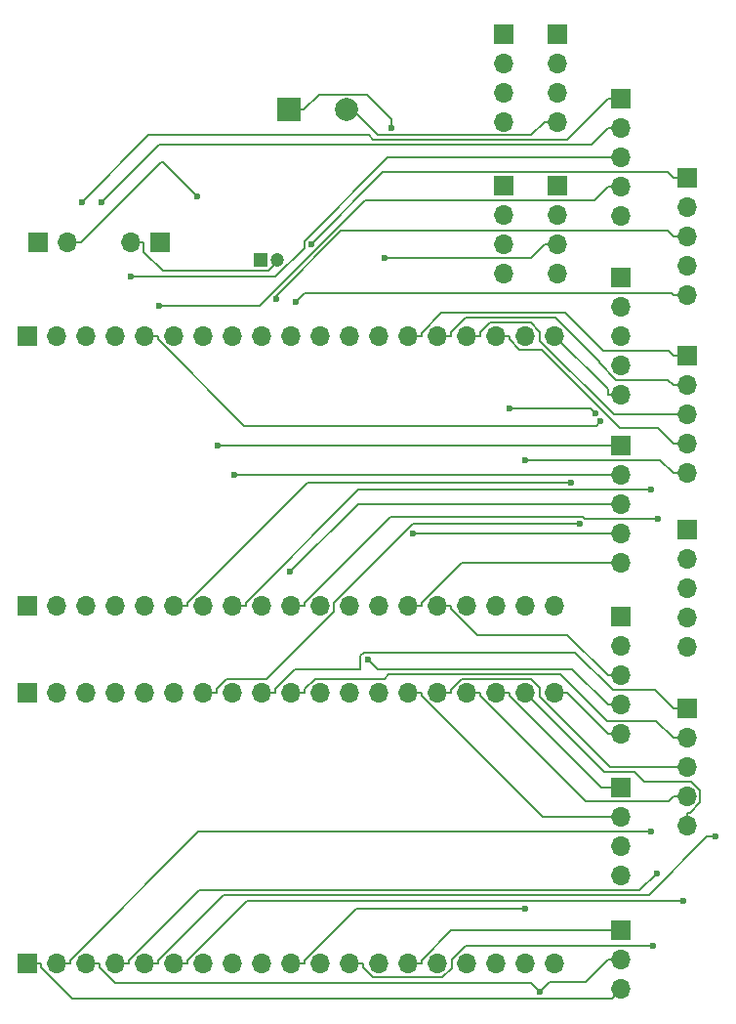
<source format=gbr>
%TF.GenerationSoftware,KiCad,Pcbnew,8.0.8*%
%TF.CreationDate,2025-02-18T21:41:40-08:00*%
%TF.ProjectId,pcbfrfr,70636266-7266-4722-9e6b-696361645f70,rev?*%
%TF.SameCoordinates,Original*%
%TF.FileFunction,Copper,L2,Bot*%
%TF.FilePolarity,Positive*%
%FSLAX46Y46*%
G04 Gerber Fmt 4.6, Leading zero omitted, Abs format (unit mm)*
G04 Created by KiCad (PCBNEW 8.0.8) date 2025-02-18 21:41:40*
%MOMM*%
%LPD*%
G01*
G04 APERTURE LIST*
%TA.AperFunction,ComponentPad*%
%ADD10R,1.700000X1.700000*%
%TD*%
%TA.AperFunction,ComponentPad*%
%ADD11O,1.700000X1.700000*%
%TD*%
%TA.AperFunction,ComponentPad*%
%ADD12R,2.000000X2.000000*%
%TD*%
%TA.AperFunction,ComponentPad*%
%ADD13C,2.000000*%
%TD*%
%TA.AperFunction,ComponentPad*%
%ADD14R,1.200000X1.200000*%
%TD*%
%TA.AperFunction,ComponentPad*%
%ADD15C,1.200000*%
%TD*%
%TA.AperFunction,ViaPad*%
%ADD16C,0.600000*%
%TD*%
%TA.AperFunction,Conductor*%
%ADD17C,0.200000*%
%TD*%
G04 APERTURE END LIST*
D10*
%TO.P,J16,1,Pin_1*%
%TO.N,Net-(J16-Pin_1)*%
X177300000Y-42060000D03*
D11*
%TO.P,J16,2,Pin_2*%
%TO.N,Net-(J16-Pin_2)*%
X177300000Y-44600000D03*
%TO.P,J16,3,Pin_3*%
%TO.N,Net-(J16-Pin_3)*%
X177300000Y-47140000D03*
%TO.P,J16,4,Pin_4*%
%TO.N,Net-(J16-Pin_4)*%
X177300000Y-49680000D03*
%TO.P,J16,5,Pin_5*%
%TO.N,Net-(J16-Pin_5)*%
X177300000Y-52220000D03*
%TD*%
D10*
%TO.P,J7,1,Pin_1*%
%TO.N,unconnected-(J7-Pin_1-Pad1)*%
X125820000Y-62600000D03*
D11*
%TO.P,J7,2,Pin_2*%
%TO.N,unconnected-(J7-Pin_2-Pad2)*%
X128360000Y-62600000D03*
%TO.P,J7,3,Pin_3*%
%TO.N,unconnected-(J7-Pin_3-Pad3)*%
X130900000Y-62600000D03*
%TO.P,J7,4,Pin_4*%
%TO.N,unconnected-(J7-Pin_4-Pad4)*%
X133440000Y-62600000D03*
%TO.P,J7,5,Pin_5*%
%TO.N,Net-(J6-Pin_2)*%
X135980000Y-62600000D03*
%TO.P,J7,6,Pin_6*%
%TO.N,unconnected-(J7-Pin_6-Pad6)*%
X138520000Y-62600000D03*
%TO.P,J7,7,Pin_7*%
%TO.N,unconnected-(J7-Pin_7-Pad7)*%
X141060000Y-62600000D03*
%TO.P,J7,8,Pin_8*%
%TO.N,unconnected-(J7-Pin_8-Pad8)*%
X143600000Y-62600000D03*
%TO.P,J7,9,Pin_9*%
%TO.N,Net-(J5-Pin_11)*%
X146140000Y-62600000D03*
%TO.P,J7,10,Pin_10*%
%TO.N,Net-(J5-Pin_12)*%
X148680000Y-62600000D03*
%TO.P,J7,11,Pin_11*%
%TO.N,unconnected-(J7-Pin_11-Pad11)*%
X151220000Y-62600000D03*
%TO.P,J7,12,Pin_12*%
%TO.N,unconnected-(J7-Pin_12-Pad12)*%
X153760000Y-62600000D03*
%TO.P,J7,13,Pin_13*%
%TO.N,GND*%
X156300000Y-62600000D03*
%TO.P,J7,14,Pin_14*%
%TO.N,Net-(J18-Pin_1)*%
X158840000Y-62600000D03*
%TO.P,J7,15,Pin_15*%
%TO.N,Net-(J18-Pin_2)*%
X161380000Y-62600000D03*
%TO.P,J7,16,Pin_16*%
%TO.N,Net-(J18-Pin_3)*%
X163920000Y-62600000D03*
%TO.P,J7,17,Pin_17*%
%TO.N,Net-(J18-Pin_4)*%
X166460000Y-62600000D03*
%TO.P,J7,18,Pin_18*%
%TO.N,Net-(J18-Pin_5)*%
X169000000Y-62600000D03*
%TO.P,J7,19,Pin_19*%
%TO.N,GND*%
X171540000Y-62600000D03*
%TD*%
D10*
%TO.P,J11,1,Pin_1*%
%TO.N,Net-(J11-Pin_1)*%
X177300000Y-72060000D03*
D11*
%TO.P,J11,2,Pin_2*%
%TO.N,Net-(J11-Pin_2)*%
X177300000Y-74600000D03*
%TO.P,J11,3,Pin_3*%
%TO.N,Net-(J11-Pin_3)*%
X177300000Y-77140000D03*
%TO.P,J11,4,Pin_4*%
%TO.N,Net-(J11-Pin_4)*%
X177300000Y-79680000D03*
%TO.P,J11,5,Pin_5*%
%TO.N,GND*%
X177300000Y-82220000D03*
%TD*%
D10*
%TO.P,J19,1,Pin_1*%
%TO.N,Net-(J19-Pin_1)*%
X183000000Y-79340000D03*
D11*
%TO.P,J19,2,Pin_2*%
%TO.N,Net-(J19-Pin_2)*%
X183000000Y-81880000D03*
%TO.P,J19,3,Pin_3*%
%TO.N,Net-(J19-Pin_3)*%
X183000000Y-84420000D03*
%TO.P,J19,4,Pin_4*%
%TO.N,Net-(J19-Pin_4)*%
X183000000Y-86960000D03*
%TO.P,J19,5,Pin_5*%
%TO.N,Net-(J19-Pin_5)*%
X183000000Y-89500000D03*
%TD*%
D10*
%TO.P,J12,1,Pin_1*%
%TO.N,Net-(J11-Pin_4)*%
X167150000Y-36420000D03*
D11*
%TO.P,J12,2,Pin_2*%
X167150000Y-38960000D03*
%TO.P,J12,3,Pin_3*%
X167150000Y-41500000D03*
%TO.P,J12,4,Pin_4*%
X167150000Y-44040000D03*
%TD*%
D10*
%TO.P,J18,1,Pin_1*%
%TO.N,Net-(J18-Pin_1)*%
X183000000Y-64340000D03*
D11*
%TO.P,J18,2,Pin_2*%
%TO.N,Net-(J18-Pin_2)*%
X183000000Y-66880000D03*
%TO.P,J18,3,Pin_3*%
%TO.N,Net-(J18-Pin_3)*%
X183000000Y-69420000D03*
%TO.P,J18,4,Pin_4*%
%TO.N,Net-(J18-Pin_4)*%
X183000000Y-71960000D03*
%TO.P,J18,5,Pin_5*%
%TO.N,Net-(J18-Pin_5)*%
X183000000Y-74500000D03*
%TD*%
D10*
%TO.P,J10,1,Pin_1*%
%TO.N,Net-(J10-Pin_1)*%
X177300000Y-57525000D03*
D11*
%TO.P,J10,2,Pin_2*%
%TO.N,Net-(J10-Pin_2)*%
X177300000Y-60065000D03*
%TO.P,J10,3,Pin_3*%
%TO.N,Net-(J10-Pin_3)*%
X177300000Y-62605000D03*
%TO.P,J10,4,Pin_4*%
%TO.N,3.3V*%
X177300000Y-65145000D03*
%TO.P,J10,5,Pin_5*%
%TO.N,GND*%
X177300000Y-67685000D03*
%TD*%
D10*
%TO.P,J15,1,Pin_1*%
%TO.N,GND*%
X171800000Y-49600000D03*
D11*
%TO.P,J15,2,Pin_2*%
X171800000Y-52140000D03*
%TO.P,J15,3,Pin_3*%
X171800000Y-54680000D03*
%TO.P,J15,4,Pin_4*%
X171800000Y-57220000D03*
%TD*%
D10*
%TO.P,J13,1,Pin_1*%
%TO.N,GND*%
X171800000Y-36420000D03*
D11*
%TO.P,J13,2,Pin_2*%
X171800000Y-38960000D03*
%TO.P,J13,3,Pin_3*%
X171800000Y-41500000D03*
%TO.P,J13,4,Pin_4*%
X171800000Y-44040000D03*
%TD*%
D10*
%TO.P,J8,1,Pin_1*%
%TO.N,Net-(J5-Pin_17)*%
X177300000Y-101740000D03*
D11*
%TO.P,J8,2,Pin_2*%
%TO.N,Net-(J5-Pin_14)*%
X177300000Y-104280000D03*
%TO.P,J8,3,Pin_3*%
%TO.N,Net-(J11-Pin_4)*%
X177300000Y-106820000D03*
%TO.P,J8,4,Pin_4*%
%TO.N,GND*%
X177300000Y-109360000D03*
%TD*%
D10*
%TO.P,J21,1,Pin_1*%
%TO.N,Net-(D3-A)*%
X137300000Y-54500000D03*
D11*
%TO.P,J21,2,Pin_2*%
%TO.N,GND*%
X134760000Y-54500000D03*
%TD*%
D10*
%TO.P,J5,1,Pin_1*%
%TO.N,unconnected-(J5-Pin_1-Pad1)*%
X125800000Y-93500000D03*
D11*
%TO.P,J5,2,Pin_2*%
%TO.N,unconnected-(J5-Pin_2-Pad2)*%
X128340000Y-93500000D03*
%TO.P,J5,3,Pin_3*%
%TO.N,unconnected-(J5-Pin_3-Pad3)*%
X130880000Y-93500000D03*
%TO.P,J5,4,Pin_4*%
%TO.N,unconnected-(J5-Pin_4-Pad4)*%
X133420000Y-93500000D03*
%TO.P,J5,5,Pin_5*%
%TO.N,unconnected-(J5-Pin_5-Pad5)*%
X135960000Y-93500000D03*
%TO.P,J5,6,Pin_6*%
%TO.N,unconnected-(J5-Pin_6-Pad6)*%
X138500000Y-93500000D03*
%TO.P,J5,7,Pin_7*%
%TO.N,Net-(J10-Pin_3)*%
X141040000Y-93500000D03*
%TO.P,J5,8,Pin_8*%
%TO.N,unconnected-(J5-Pin_8-Pad8)*%
X143580000Y-93500000D03*
%TO.P,J5,9,Pin_9*%
%TO.N,Net-(J20-Pin_1)*%
X146120000Y-93500000D03*
%TO.P,J5,10,Pin_10*%
%TO.N,Net-(J20-Pin_2)*%
X148660000Y-93500000D03*
%TO.P,J5,11,Pin_11*%
%TO.N,Net-(J5-Pin_11)*%
X151200000Y-93500000D03*
%TO.P,J5,12,Pin_12*%
%TO.N,Net-(J5-Pin_12)*%
X153740000Y-93500000D03*
%TO.P,J5,13,Pin_13*%
%TO.N,GND*%
X156280000Y-93500000D03*
%TO.P,J5,14,Pin_14*%
%TO.N,Net-(J5-Pin_14)*%
X158820000Y-93500000D03*
%TO.P,J5,15,Pin_15*%
%TO.N,Net-(J20-Pin_3)*%
X161360000Y-93500000D03*
%TO.P,J5,16,Pin_16*%
%TO.N,Net-(J20-Pin_4)*%
X163900000Y-93500000D03*
%TO.P,J5,17,Pin_17*%
%TO.N,Net-(J5-Pin_17)*%
X166440000Y-93500000D03*
%TO.P,J5,18,Pin_18*%
%TO.N,Net-(J20-Pin_5)*%
X168980000Y-93500000D03*
%TO.P,J5,19,Pin_19*%
%TO.N,GND*%
X171520000Y-93500000D03*
%TD*%
D10*
%TO.P,J4,1,Pin_1*%
%TO.N,3.3V*%
X125800000Y-117000000D03*
D11*
%TO.P,J4,2,Pin_2*%
%TO.N,Net-(J19-Pin_1)*%
X128340000Y-117000000D03*
%TO.P,J4,3,Pin_3*%
%TO.N,Net-(J4-Pin_3)*%
X130880000Y-117000000D03*
%TO.P,J4,4,Pin_4*%
%TO.N,Net-(J19-Pin_2)*%
X133420000Y-117000000D03*
%TO.P,J4,5,Pin_5*%
%TO.N,Net-(J19-Pin_3)*%
X135960000Y-117000000D03*
%TO.P,J4,6,Pin_6*%
%TO.N,Net-(J19-Pin_4)*%
X138500000Y-117000000D03*
%TO.P,J4,7,Pin_7*%
%TO.N,Net-(J11-Pin_1)*%
X141040000Y-117000000D03*
%TO.P,J4,8,Pin_8*%
%TO.N,Net-(J11-Pin_2)*%
X143580000Y-117000000D03*
%TO.P,J4,9,Pin_9*%
%TO.N,Net-(J11-Pin_3)*%
X146120000Y-117000000D03*
%TO.P,J4,10,Pin_10*%
%TO.N,Net-(J10-Pin_2)*%
X148660000Y-117000000D03*
%TO.P,J4,11,Pin_11*%
%TO.N,Net-(J10-Pin_1)*%
X151200000Y-117000000D03*
%TO.P,J4,12,Pin_12*%
%TO.N,Net-(J19-Pin_5)*%
X153740000Y-117000000D03*
%TO.P,J4,13,Pin_13*%
%TO.N,unconnected-(J4-Pin_13-Pad13)*%
X156280000Y-117000000D03*
%TO.P,J4,14,Pin_14*%
%TO.N,GND*%
X158820000Y-117000000D03*
%TO.P,J4,15,Pin_15*%
%TO.N,unconnected-(J4-Pin_15-Pad15)*%
X161360000Y-117000000D03*
%TO.P,J4,16,Pin_16*%
%TO.N,unconnected-(J4-Pin_16-Pad16)*%
X163900000Y-117000000D03*
%TO.P,J4,17,Pin_17*%
%TO.N,unconnected-(J4-Pin_17-Pad17)*%
X166440000Y-117000000D03*
%TO.P,J4,18,Pin_18*%
%TO.N,unconnected-(J4-Pin_18-Pad18)*%
X168980000Y-117000000D03*
%TO.P,J4,19,Pin_19*%
%TO.N,unconnected-(J4-Pin_19-Pad19)*%
X171520000Y-117000000D03*
%TD*%
D10*
%TO.P,J9,1,Pin_1*%
%TO.N,GND*%
X177300000Y-114100000D03*
D11*
%TO.P,J9,2,Pin_2*%
%TO.N,Net-(J4-Pin_3)*%
X177300000Y-116640000D03*
%TO.P,J9,3,Pin_3*%
%TO.N,3.3V*%
X177300000Y-119180000D03*
%TD*%
D10*
%TO.P,J20,1,Pin_1*%
%TO.N,Net-(J20-Pin_1)*%
X183000000Y-94880000D03*
D11*
%TO.P,J20,2,Pin_2*%
%TO.N,Net-(J20-Pin_2)*%
X183000000Y-97420000D03*
%TO.P,J20,3,Pin_3*%
%TO.N,Net-(J20-Pin_3)*%
X183000000Y-99960000D03*
%TO.P,J20,4,Pin_4*%
%TO.N,Net-(J20-Pin_4)*%
X183000000Y-102500000D03*
%TO.P,J20,5,Pin_5*%
%TO.N,Net-(J20-Pin_5)*%
X183000000Y-105040000D03*
%TD*%
D10*
%TO.P,J6,1,Pin_1*%
%TO.N,3.3V*%
X177300000Y-86940000D03*
D11*
%TO.P,J6,2,Pin_2*%
%TO.N,Net-(J6-Pin_2)*%
X177300000Y-89480000D03*
%TO.P,J6,3,Pin_3*%
%TO.N,Net-(J3-Pin_15)*%
X177300000Y-92020000D03*
%TO.P,J6,4,Pin_4*%
%TO.N,Net-(J3-Pin_13)*%
X177300000Y-94560000D03*
%TO.P,J6,5,Pin_5*%
%TO.N,GND*%
X177300000Y-97100000D03*
%TD*%
D12*
%TO.P,C5,1*%
%TO.N,Net-(D1-K)*%
X148500000Y-43000000D03*
D13*
%TO.P,C5,2*%
%TO.N,GND*%
X153500000Y-43000000D03*
%TD*%
D10*
%TO.P,J14,1,Pin_1*%
%TO.N,3.3V*%
X167150000Y-49600000D03*
D11*
%TO.P,J14,2,Pin_2*%
X167150000Y-52140000D03*
%TO.P,J14,3,Pin_3*%
X167150000Y-54680000D03*
%TO.P,J14,4,Pin_4*%
X167150000Y-57220000D03*
%TD*%
D14*
%TO.P,C1,1*%
%TO.N,Net-(D1-K)*%
X146000000Y-56000000D03*
D15*
%TO.P,C1,2*%
%TO.N,GND*%
X147500000Y-56000000D03*
%TD*%
D10*
%TO.P,J3,1,Pin_1*%
%TO.N,3.3V*%
X125820000Y-86000000D03*
D11*
%TO.P,J3,2,Pin_2*%
%TO.N,Net-(J16-Pin_1)*%
X128360000Y-86000000D03*
%TO.P,J3,3,Pin_3*%
%TO.N,Net-(J16-Pin_2)*%
X130900000Y-86000000D03*
%TO.P,J3,4,Pin_4*%
%TO.N,Net-(J16-Pin_3)*%
X133440000Y-86000000D03*
%TO.P,J3,5,Pin_5*%
%TO.N,Net-(J16-Pin_4)*%
X135980000Y-86000000D03*
%TO.P,J3,6,Pin_6*%
%TO.N,Net-(J16-Pin_5)*%
X138520000Y-86000000D03*
%TO.P,J3,7,Pin_7*%
%TO.N,Net-(J17-Pin_1)*%
X141060000Y-86000000D03*
%TO.P,J3,8,Pin_8*%
%TO.N,Net-(J17-Pin_2)*%
X143600000Y-86000000D03*
%TO.P,J3,9,Pin_9*%
%TO.N,Net-(J17-Pin_3)*%
X146140000Y-86000000D03*
%TO.P,J3,10,Pin_10*%
%TO.N,Net-(J17-Pin_4)*%
X148680000Y-86000000D03*
%TO.P,J3,11,Pin_11*%
%TO.N,Net-(J17-Pin_5)*%
X151220000Y-86000000D03*
%TO.P,J3,12,Pin_12*%
%TO.N,unconnected-(J3-Pin_12-Pad12)*%
X153760000Y-86000000D03*
%TO.P,J3,13,Pin_13*%
%TO.N,Net-(J3-Pin_13)*%
X156300000Y-86000000D03*
%TO.P,J3,14,Pin_14*%
%TO.N,GND*%
X158840000Y-86000000D03*
%TO.P,J3,15,Pin_15*%
%TO.N,Net-(J3-Pin_15)*%
X161380000Y-86000000D03*
%TO.P,J3,16,Pin_16*%
%TO.N,unconnected-(J3-Pin_16-Pad16)*%
X163920000Y-86000000D03*
%TO.P,J3,17,Pin_17*%
%TO.N,unconnected-(J3-Pin_17-Pad17)*%
X166460000Y-86000000D03*
%TO.P,J3,18,Pin_18*%
%TO.N,unconnected-(J3-Pin_18-Pad18)*%
X169000000Y-86000000D03*
%TO.P,J3,19,Pin_19*%
%TO.N,unconnected-(J3-Pin_19-Pad19)*%
X171540000Y-86000000D03*
%TD*%
D10*
%TO.P,J17,1,Pin_1*%
%TO.N,Net-(J17-Pin_1)*%
X183000000Y-48880000D03*
D11*
%TO.P,J17,2,Pin_2*%
%TO.N,Net-(J17-Pin_2)*%
X183000000Y-51420000D03*
%TO.P,J17,3,Pin_3*%
%TO.N,Net-(J17-Pin_3)*%
X183000000Y-53960000D03*
%TO.P,J17,4,Pin_4*%
%TO.N,Net-(J17-Pin_4)*%
X183000000Y-56500000D03*
%TO.P,J17,5,Pin_5*%
%TO.N,Net-(J17-Pin_5)*%
X183000000Y-59040000D03*
%TD*%
D10*
%TO.P,J2,1,Pin_1*%
%TO.N,Net-(J2-Pin_1)*%
X126760000Y-54500000D03*
D11*
%TO.P,J2,2,Pin_2*%
%TO.N,Net-(D1-A)*%
X129300000Y-54500000D03*
%TD*%
D16*
%TO.N,Net-(J18-Pin_5)*%
X169000000Y-73348300D03*
%TO.N,Net-(J6-Pin_2)*%
X175505009Y-70008533D03*
%TO.N,Net-(J10-Pin_3)*%
X173758100Y-78869200D03*
%TO.N,Net-(J19-Pin_5)*%
X180063400Y-115453300D03*
%TO.N,Net-(J11-Pin_3)*%
X148553400Y-83053400D03*
%TO.N,Net-(J19-Pin_1)*%
X179900000Y-105550000D03*
%TO.N,Net-(J10-Pin_2)*%
X169000000Y-112231700D03*
%TO.N,Net-(J11-Pin_2)*%
X143738000Y-74600000D03*
%TO.N,Net-(J19-Pin_3)*%
X185500000Y-106000000D03*
%TO.N,Net-(J19-Pin_2)*%
X180400000Y-109143900D03*
%TO.N,Net-(J11-Pin_1)*%
X142330000Y-72060000D03*
%TO.N,Net-(J19-Pin_4)*%
X182654000Y-111543400D03*
%TO.N,Net-(J17-Pin_5)*%
X149122350Y-59622350D03*
%TO.N,Net-(J17-Pin_3)*%
X147381565Y-59381565D03*
%TO.N,Net-(J17-Pin_4)*%
X180500000Y-78410000D03*
%TO.N,Net-(J17-Pin_1)*%
X150417200Y-54654372D03*
%TO.N,Net-(J16-Pin_5)*%
X173000000Y-75269800D03*
%TO.N,Net-(J3-Pin_13)*%
X155331800Y-90600000D03*
%TO.N,Net-(J16-Pin_2)*%
X132243900Y-51000000D03*
%TO.N,Net-(J16-Pin_4)*%
X137250000Y-60000800D03*
%TO.N,Net-(J16-Pin_1)*%
X130500000Y-51000000D03*
%TO.N,Net-(J16-Pin_3)*%
X134770000Y-57481900D03*
%TO.N,Net-(J17-Pin_2)*%
X179900000Y-75939600D03*
%TO.N,Net-(D1-A)*%
X140500000Y-50500000D03*
%TO.N,Net-(J4-Pin_3)*%
X170250000Y-119400000D03*
%TO.N,3.3V*%
X175100000Y-69318628D03*
X167622400Y-68832900D03*
%TO.N,Net-(J11-Pin_4)*%
X159260200Y-79680000D03*
%TO.N,GND*%
X156823900Y-55849600D03*
%TO.N,Net-(D1-K)*%
X157416200Y-44591700D03*
%TD*%
D17*
%TO.N,Net-(J19-Pin_3)*%
X137111700Y-116712100D02*
X137111700Y-117000000D01*
X142797800Y-111026000D02*
X137111700Y-116712100D01*
X137111700Y-117000000D02*
X135960000Y-117000000D01*
X185500000Y-106000000D02*
X184768500Y-106000000D01*
X184768500Y-106000000D02*
X179742500Y-111026000D01*
X179742500Y-111026000D02*
X142797800Y-111026000D01*
%TO.N,Net-(J19-Pin_1)*%
X129491700Y-116712100D02*
X129491700Y-117000000D01*
X129491700Y-117000000D02*
X128340000Y-117000000D01*
X140653800Y-105550000D02*
X129491700Y-116712100D01*
X179900000Y-105550000D02*
X140653800Y-105550000D01*
%TO.N,Net-(J19-Pin_2)*%
X134571700Y-117000000D02*
X133420000Y-117000000D01*
X140659600Y-110624200D02*
X134571700Y-116712100D01*
X180400000Y-109143900D02*
X178919700Y-110624200D01*
X134571700Y-116712100D02*
X134571700Y-117000000D01*
X178919700Y-110624200D02*
X140659600Y-110624200D01*
%TO.N,Net-(J4-Pin_3)*%
X174215800Y-118572500D02*
X176148300Y-116640000D01*
X176148300Y-116640000D02*
X177300000Y-116640000D01*
X171077500Y-118572500D02*
X174215800Y-118572500D01*
X132031700Y-117000000D02*
X130880000Y-117000000D01*
X132031700Y-117287900D02*
X132031700Y-117000000D01*
X170250000Y-119400000D02*
X171077500Y-118572500D01*
X169486100Y-118636100D02*
X133379900Y-118636100D01*
X170250000Y-119400000D02*
X169486100Y-118636100D01*
X133379900Y-118636100D02*
X132031700Y-117287900D01*
%TO.N,3.3V*%
X176480000Y-120000000D02*
X177300000Y-119180000D01*
X126951700Y-117287900D02*
X129663800Y-120000000D01*
X126951700Y-117000000D02*
X126951700Y-117287900D01*
X129663800Y-120000000D02*
X176480000Y-120000000D01*
X125800000Y-117000000D02*
X126951700Y-117000000D01*
%TO.N,Net-(J10-Pin_2)*%
X149811700Y-117000000D02*
X148660000Y-117000000D01*
X149811700Y-116712100D02*
X149811700Y-117000000D01*
X154292100Y-112231700D02*
X149811700Y-116712100D01*
X169000000Y-112231700D02*
X154292100Y-112231700D01*
%TO.N,Net-(J3-Pin_13)*%
X176148300Y-94560000D02*
X177300000Y-94560000D01*
X173054900Y-91466600D02*
X176148300Y-94560000D01*
X156198400Y-91466600D02*
X173054900Y-91466600D01*
X155331800Y-90600000D02*
X156198400Y-91466600D01*
%TO.N,Net-(J20-Pin_1)*%
X147271700Y-93212100D02*
X147271700Y-93500000D01*
X149017200Y-91466600D02*
X147271700Y-93212100D01*
X155000000Y-90000000D02*
X154700500Y-90299500D01*
X154700500Y-90299500D02*
X154700500Y-91466600D01*
X173271600Y-90000000D02*
X155000000Y-90000000D01*
X176560100Y-93288500D02*
X173271600Y-90000000D01*
X154700500Y-91466600D02*
X149017200Y-91466600D01*
X180256800Y-93288500D02*
X176560100Y-93288500D01*
X181848300Y-94880000D02*
X180256800Y-93288500D01*
X183000000Y-94880000D02*
X181848300Y-94880000D01*
X147271700Y-93500000D02*
X146120000Y-93500000D01*
%TO.N,3.3V*%
X174614272Y-68832900D02*
X167622400Y-68832900D01*
X175100000Y-69318628D02*
X174614272Y-68832900D01*
%TO.N,Net-(J6-Pin_2)*%
X137131700Y-62600000D02*
X135980000Y-62600000D01*
X144613500Y-70369700D02*
X137131700Y-62887900D01*
X175505009Y-70008533D02*
X175143842Y-70369700D01*
X175143842Y-70369700D02*
X144613500Y-70369700D01*
X137131700Y-62887900D02*
X137131700Y-62600000D01*
%TO.N,Net-(J16-Pin_5)*%
X139671700Y-86000000D02*
X138520000Y-86000000D01*
X150114000Y-75269800D02*
X139671700Y-85712100D01*
X173000000Y-75269800D02*
X150114000Y-75269800D01*
X139671700Y-85712100D02*
X139671700Y-86000000D01*
%TO.N,Net-(J17-Pin_2)*%
X144751700Y-86000000D02*
X143600000Y-86000000D01*
X144751700Y-85706900D02*
X144751700Y-86000000D01*
X154519000Y-75939600D02*
X144751700Y-85706900D01*
X179900000Y-75939600D02*
X154519000Y-75939600D01*
%TO.N,Net-(J17-Pin_4)*%
X149831700Y-86000000D02*
X148680000Y-86000000D01*
X149831700Y-85712100D02*
X149831700Y-86000000D01*
X157276300Y-78267500D02*
X149831700Y-85712100D01*
X174007300Y-78267500D02*
X157276300Y-78267500D01*
X174149800Y-78410000D02*
X174007300Y-78267500D01*
X180500000Y-78410000D02*
X174149800Y-78410000D01*
%TO.N,Net-(J11-Pin_3)*%
X154466800Y-77140000D02*
X177300000Y-77140000D01*
X148553400Y-83053400D02*
X154466800Y-77140000D01*
%TO.N,Net-(J17-Pin_1)*%
X181848300Y-48880000D02*
X183000000Y-48880000D01*
X150417200Y-54646500D02*
X156653700Y-48410000D01*
X150417200Y-54654372D02*
X150417200Y-54646500D01*
X156653700Y-48410000D02*
X181378300Y-48410000D01*
X181378300Y-48410000D02*
X181848300Y-48880000D01*
%TO.N,GND*%
X170648300Y-44040000D02*
X171800000Y-44040000D01*
X156173600Y-45191700D02*
X169496600Y-45191700D01*
X169496600Y-45191700D02*
X170648300Y-44040000D01*
X153981900Y-43000000D02*
X156173600Y-45191700D01*
X153500000Y-43000000D02*
X153981900Y-43000000D01*
%TO.N,Net-(D1-K)*%
X149801700Y-43000000D02*
X148500000Y-43000000D01*
X157416200Y-44591700D02*
X157416200Y-43806200D01*
X157416200Y-43806200D02*
X155284800Y-41674800D01*
X155284800Y-41674800D02*
X151126900Y-41674800D01*
X151126900Y-41674800D02*
X149801700Y-43000000D01*
%TO.N,Net-(D1-A)*%
X130451700Y-54500000D02*
X129300000Y-54500000D01*
X137557600Y-47557600D02*
X137394100Y-47557600D01*
X137394100Y-47557600D02*
X130451700Y-54500000D01*
X140500000Y-50500000D02*
X137557600Y-47557600D01*
%TO.N,Net-(J16-Pin_1)*%
X155805700Y-45593400D02*
X172614900Y-45593400D01*
X172614900Y-45593400D02*
X176148300Y-42060000D01*
X155404000Y-45191700D02*
X155805700Y-45593400D01*
X136308300Y-45191700D02*
X155404000Y-45191700D01*
X130500000Y-51000000D02*
X136308300Y-45191700D01*
X176148300Y-42060000D02*
X177300000Y-42060000D01*
%TO.N,Net-(J16-Pin_2)*%
X176148300Y-44600000D02*
X177300000Y-44600000D01*
X174751100Y-45997200D02*
X176148300Y-44600000D01*
X137246700Y-45997200D02*
X174751100Y-45997200D01*
X132243900Y-51000000D02*
X137246700Y-45997200D01*
%TO.N,Net-(J17-Pin_3)*%
X181371200Y-53482900D02*
X181848300Y-53960000D01*
X153005200Y-53482900D02*
X181371200Y-53482900D01*
X147381565Y-59106535D02*
X153005200Y-53482900D01*
X147381565Y-59381565D02*
X147381565Y-59106535D01*
X181848300Y-53960000D02*
X183000000Y-53960000D01*
%TO.N,Net-(J17-Pin_5)*%
X181848300Y-59040000D02*
X183000000Y-59040000D01*
X149861600Y-58883100D02*
X181691400Y-58883100D01*
X149122350Y-59622350D02*
X149861600Y-58883100D01*
X181691400Y-58883100D02*
X181848300Y-59040000D01*
%TO.N,Net-(J18-Pin_3)*%
X163920000Y-62600000D02*
X165071700Y-62600000D01*
X176697400Y-69420000D02*
X183000000Y-69420000D01*
X170270000Y-62992600D02*
X176697400Y-69420000D01*
X170270000Y-62235000D02*
X170270000Y-62992600D01*
X169458900Y-61423900D02*
X170270000Y-62235000D01*
X165959900Y-61423900D02*
X169458900Y-61423900D01*
X165071700Y-62312100D02*
X165959900Y-61423900D01*
X165071700Y-62600000D02*
X165071700Y-62312100D01*
%TO.N,Net-(J18-Pin_1)*%
X158840000Y-62600000D02*
X159991700Y-62600000D01*
X183000000Y-64340000D02*
X181848300Y-64340000D01*
X181383300Y-63875000D02*
X181848300Y-64340000D01*
X175780500Y-63875000D02*
X181383300Y-63875000D01*
X172476800Y-60571300D02*
X175780500Y-63875000D01*
X161736700Y-60571300D02*
X172476800Y-60571300D01*
X159991700Y-62316300D02*
X161736700Y-60571300D01*
X159991700Y-62600000D02*
X159991700Y-62316300D01*
%TO.N,Net-(J18-Pin_2)*%
X161380000Y-62600000D02*
X162531700Y-62600000D01*
X162531700Y-62312100D02*
X162531700Y-62600000D01*
X163823100Y-61020700D02*
X162531700Y-62312100D01*
X171597800Y-61020700D02*
X163823100Y-61020700D01*
X175400700Y-64823600D02*
X171597800Y-61020700D01*
X175400700Y-64923200D02*
X175400700Y-64823600D01*
X176880100Y-66402600D02*
X175400700Y-64923200D01*
X181370900Y-66402600D02*
X176880100Y-66402600D01*
X181848300Y-66880000D02*
X181370900Y-66402600D01*
X183000000Y-66880000D02*
X181848300Y-66880000D01*
%TO.N,Net-(J18-Pin_5)*%
X183000000Y-74500000D02*
X181848300Y-74500000D01*
X180696600Y-73348300D02*
X169000000Y-73348300D01*
X181848300Y-74500000D02*
X180696600Y-73348300D01*
%TO.N,Net-(J18-Pin_4)*%
X166460000Y-62600000D02*
X167611700Y-62600000D01*
X183000000Y-71960000D02*
X181848300Y-71960000D01*
X167611700Y-62888000D02*
X167611700Y-62600000D01*
X168475400Y-63751700D02*
X167611700Y-62888000D01*
X170381600Y-63751700D02*
X168475400Y-63751700D01*
X177200100Y-70570200D02*
X170381600Y-63751700D01*
X180458500Y-70570200D02*
X177200100Y-70570200D01*
X181848300Y-71960000D02*
X180458500Y-70570200D01*
%TO.N,Net-(J20-Pin_3)*%
X161360000Y-93500000D02*
X162511700Y-93500000D01*
X183000000Y-99960000D02*
X181848300Y-99960000D01*
X181846800Y-99958500D02*
X181848300Y-99960000D01*
X176319800Y-99958500D02*
X181846800Y-99958500D01*
X170250000Y-93888700D02*
X176319800Y-99958500D01*
X170250000Y-93097800D02*
X170250000Y-93888700D01*
X169460800Y-92308600D02*
X170250000Y-93097800D01*
X163448200Y-92308600D02*
X169460800Y-92308600D01*
X162511700Y-93245100D02*
X163448200Y-92308600D01*
X162511700Y-93500000D02*
X162511700Y-93245100D01*
%TO.N,Net-(J5-Pin_17)*%
X167591700Y-93768500D02*
X167591700Y-93500000D01*
X175563200Y-101740000D02*
X167591700Y-93768500D01*
X177300000Y-101740000D02*
X175563200Y-101740000D01*
X166440000Y-93500000D02*
X167591700Y-93500000D01*
%TO.N,Net-(J20-Pin_5)*%
X183268500Y-103888300D02*
X183000000Y-103888300D01*
X184152200Y-103004600D02*
X183268500Y-103888300D01*
X184152200Y-101989600D02*
X184152200Y-103004600D01*
X183392600Y-101230000D02*
X184152200Y-101989600D01*
X179320000Y-101230000D02*
X183392600Y-101230000D01*
X178450200Y-100360200D02*
X179320000Y-101230000D01*
X175840200Y-100360200D02*
X178450200Y-100360200D01*
X168980000Y-93500000D02*
X175840200Y-100360200D01*
X183000000Y-105040000D02*
X183000000Y-103888300D01*
%TO.N,Net-(J20-Pin_2)*%
X148660000Y-93500000D02*
X149811700Y-93500000D01*
X183000000Y-97420000D02*
X181848300Y-97420000D01*
X180365500Y-95937200D02*
X181848300Y-97420000D01*
X176097800Y-95937200D02*
X180365500Y-95937200D01*
X172066000Y-91905400D02*
X176097800Y-95937200D01*
X157165900Y-91905400D02*
X172066000Y-91905400D01*
X156783600Y-92287700D02*
X157165900Y-91905400D01*
X150736100Y-92287700D02*
X156783600Y-92287700D01*
X149811700Y-93212100D02*
X150736100Y-92287700D01*
X149811700Y-93500000D02*
X149811700Y-93212100D01*
%TO.N,Net-(J10-Pin_3)*%
X159214600Y-78869200D02*
X173758100Y-78869200D01*
X152371700Y-85712100D02*
X159214600Y-78869200D01*
X152371700Y-86514600D02*
X152371700Y-85712100D01*
X146538000Y-92348300D02*
X152371700Y-86514600D01*
X143055400Y-92348300D02*
X146538000Y-92348300D01*
X142191700Y-93212000D02*
X143055400Y-92348300D01*
X142191700Y-93500000D02*
X142191700Y-93212000D01*
X141040000Y-93500000D02*
X142191700Y-93500000D01*
%TO.N,Net-(J5-Pin_14)*%
X158820000Y-93500000D02*
X159971700Y-93500000D01*
X159971700Y-93768500D02*
X159971700Y-93500000D01*
X170483200Y-104280000D02*
X159971700Y-93768500D01*
X176148300Y-104280000D02*
X170483200Y-104280000D01*
X177300000Y-104280000D02*
X176148300Y-104280000D01*
%TO.N,Net-(J20-Pin_4)*%
X165051700Y-93768500D02*
X165051700Y-93500000D01*
X174229400Y-102946200D02*
X165051700Y-93768500D01*
X181402100Y-102946200D02*
X174229400Y-102946200D01*
X181848300Y-102500000D02*
X181402100Y-102946200D01*
X183000000Y-102500000D02*
X181848300Y-102500000D01*
X163900000Y-93500000D02*
X165051700Y-93500000D01*
%TO.N,Net-(J19-Pin_5)*%
X153740000Y-117000000D02*
X154891700Y-117000000D01*
X163784600Y-115453300D02*
X180063400Y-115453300D01*
X162630000Y-116607900D02*
X163784600Y-115453300D01*
X162630000Y-117365900D02*
X162630000Y-116607900D01*
X161805000Y-118190900D02*
X162630000Y-117365900D01*
X155794700Y-118190900D02*
X161805000Y-118190900D01*
X154891700Y-117287900D02*
X155794700Y-118190900D01*
X154891700Y-117000000D02*
X154891700Y-117287900D01*
%TO.N,Net-(J11-Pin_2)*%
X177300000Y-74600000D02*
X176148300Y-74600000D01*
X176148300Y-74600000D02*
X143738000Y-74600000D01*
%TO.N,Net-(J11-Pin_1)*%
X177300000Y-72060000D02*
X142330000Y-72060000D01*
%TO.N,Net-(J19-Pin_4)*%
X138500000Y-117000000D02*
X139651700Y-117000000D01*
X144820400Y-111543400D02*
X182654000Y-111543400D01*
X139651700Y-116712100D02*
X144820400Y-111543400D01*
X139651700Y-117000000D02*
X139651700Y-116712100D01*
%TO.N,Net-(J3-Pin_15)*%
X162531700Y-86268500D02*
X162531700Y-86000000D01*
X164788400Y-88525200D02*
X162531700Y-86268500D01*
X172653500Y-88525200D02*
X164788400Y-88525200D01*
X176148300Y-92020000D02*
X172653500Y-88525200D01*
X177300000Y-92020000D02*
X176148300Y-92020000D01*
X161380000Y-86000000D02*
X162531700Y-86000000D01*
%TO.N,Net-(J16-Pin_4)*%
X177300000Y-49680000D02*
X176148300Y-49680000D01*
X174996600Y-50831700D02*
X176148300Y-49680000D01*
X155088400Y-50831700D02*
X174996600Y-50831700D01*
X150795500Y-55124600D02*
X155088400Y-50831700D01*
X150790000Y-55124600D02*
X150795500Y-55124600D01*
X145913800Y-60000800D02*
X150790000Y-55124600D01*
X137250000Y-60000800D02*
X145913800Y-60000800D01*
%TO.N,Net-(J16-Pin_3)*%
X147293400Y-57481900D02*
X134770000Y-57481900D01*
X149817200Y-54958100D02*
X147293400Y-57481900D01*
X149817200Y-54395700D02*
X149817200Y-54958100D01*
X157072900Y-47140000D02*
X149817200Y-54395700D01*
X177300000Y-47140000D02*
X157072900Y-47140000D01*
%TO.N,Net-(J11-Pin_4)*%
X177300000Y-79680000D02*
X159260200Y-79680000D01*
%TO.N,GND*%
X134760000Y-54500000D02*
X135911700Y-54500000D01*
X158820000Y-117000000D02*
X159971700Y-117000000D01*
X162583800Y-114100000D02*
X177300000Y-114100000D01*
X159971700Y-116712100D02*
X162583800Y-114100000D01*
X159971700Y-117000000D02*
X159971700Y-116712100D01*
X171520000Y-93500000D02*
X172671700Y-93500000D01*
X177300000Y-97100000D02*
X176148300Y-97100000D01*
X172671700Y-93623400D02*
X176148300Y-97100000D01*
X172671700Y-93500000D02*
X172671700Y-93623400D01*
X158840000Y-86000000D02*
X159991700Y-86000000D01*
X176148300Y-67208300D02*
X171540000Y-62600000D01*
X176148300Y-67685000D02*
X176148300Y-67208300D01*
X177300000Y-67685000D02*
X176148300Y-67685000D01*
X135911700Y-55291800D02*
X135911700Y-54500000D01*
X137527500Y-56907600D02*
X135911700Y-55291800D01*
X146738300Y-56907600D02*
X137527500Y-56907600D01*
X147500000Y-56145900D02*
X146738300Y-56907600D01*
X147500000Y-56000000D02*
X147500000Y-56145900D01*
X163483800Y-82220000D02*
X177300000Y-82220000D01*
X159991700Y-85712100D02*
X163483800Y-82220000D01*
X159991700Y-86000000D02*
X159991700Y-85712100D01*
X169478700Y-55849600D02*
X156823900Y-55849600D01*
X170648300Y-54680000D02*
X169478700Y-55849600D01*
X171800000Y-54680000D02*
X170648300Y-54680000D01*
%TD*%
M02*

</source>
